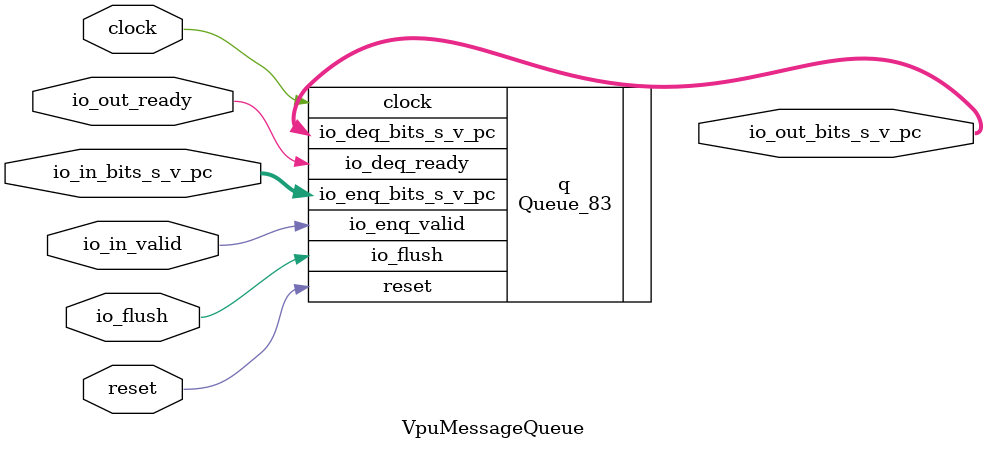
<source format=sv>
`ifndef RANDOMIZE
  `ifdef RANDOMIZE_REG_INIT
    `define RANDOMIZE
  `endif // RANDOMIZE_REG_INIT
`endif // not def RANDOMIZE
`ifndef RANDOMIZE
  `ifdef RANDOMIZE_MEM_INIT
    `define RANDOMIZE
  `endif // RANDOMIZE_MEM_INIT
`endif // not def RANDOMIZE

`ifndef RANDOM
  `define RANDOM $random
`endif // not def RANDOM

// Users can define 'PRINTF_COND' to add an extra gate to prints.
`ifndef PRINTF_COND_
  `ifdef PRINTF_COND
    `define PRINTF_COND_ (`PRINTF_COND)
  `else  // PRINTF_COND
    `define PRINTF_COND_ 1
  `endif // PRINTF_COND
`endif // not def PRINTF_COND_

// Users can define 'ASSERT_VERBOSE_COND' to add an extra gate to assert error printing.
`ifndef ASSERT_VERBOSE_COND_
  `ifdef ASSERT_VERBOSE_COND
    `define ASSERT_VERBOSE_COND_ (`ASSERT_VERBOSE_COND)
  `else  // ASSERT_VERBOSE_COND
    `define ASSERT_VERBOSE_COND_ 1
  `endif // ASSERT_VERBOSE_COND
`endif // not def ASSERT_VERBOSE_COND_

// Users can define 'STOP_COND' to add an extra gate to stop conditions.
`ifndef STOP_COND_
  `ifdef STOP_COND
    `define STOP_COND_ (`STOP_COND)
  `else  // STOP_COND
    `define STOP_COND_ 1
  `endif // STOP_COND
`endif // not def STOP_COND_

// Users can define INIT_RANDOM as general code that gets injected into the
// initializer block for modules with registers.
`ifndef INIT_RANDOM
  `define INIT_RANDOM
`endif // not def INIT_RANDOM

// If using random initialization, you can also define RANDOMIZE_DELAY to
// customize the delay used, otherwise 0.002 is used.
`ifndef RANDOMIZE_DELAY
  `define RANDOMIZE_DELAY 0.002
`endif // not def RANDOMIZE_DELAY

// Define INIT_RANDOM_PROLOG_ for use in our modules below.
`ifndef INIT_RANDOM_PROLOG_
  `ifdef RANDOMIZE
    `ifdef VERILATOR
      `define INIT_RANDOM_PROLOG_ `INIT_RANDOM
    `else  // VERILATOR
      `define INIT_RANDOM_PROLOG_ `INIT_RANDOM #`RANDOMIZE_DELAY begin end
    `endif // VERILATOR
  `else  // RANDOMIZE
    `define INIT_RANDOM_PROLOG_
  `endif // RANDOMIZE
`endif // not def INIT_RANDOM_PROLOG_

module VpuMessageQueue(
  input         clock,
                reset,
                io_in_valid,
  input  [39:0] io_in_bits_s_v_pc,
  input         io_out_ready,
                io_flush,
  output [39:0] io_out_bits_s_v_pc
);

  Queue_83 q (	// @[RocketCore.scala:1605:19]
    .clock              (clock),
    .reset              (reset),
    .io_enq_valid       (io_in_valid),
    .io_enq_bits_s_v_pc (io_in_bits_s_v_pc),
    .io_deq_ready       (io_out_ready),
    .io_flush           (io_flush),
    .io_deq_bits_s_v_pc (io_out_bits_s_v_pc)
  );
endmodule


</source>
